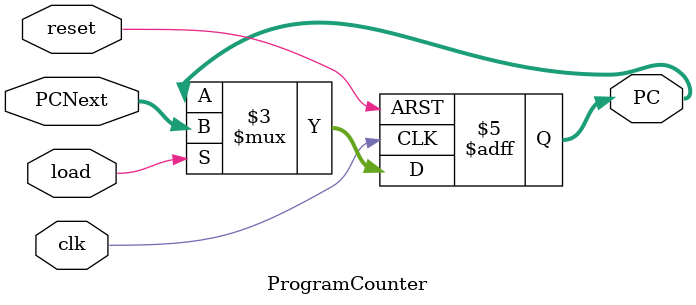
<source format=v>
module ProgramCounter (
    input clk,
    input reset,
    input load,
    input [31:0] PCNext,
    output reg [31:0] PC
);

always @(posedge clk or negedge reset) begin
    if (~reset)
        PC <= 32'b0;
    else if (load)
        PC <= PCNext;
end

endmodule

</source>
